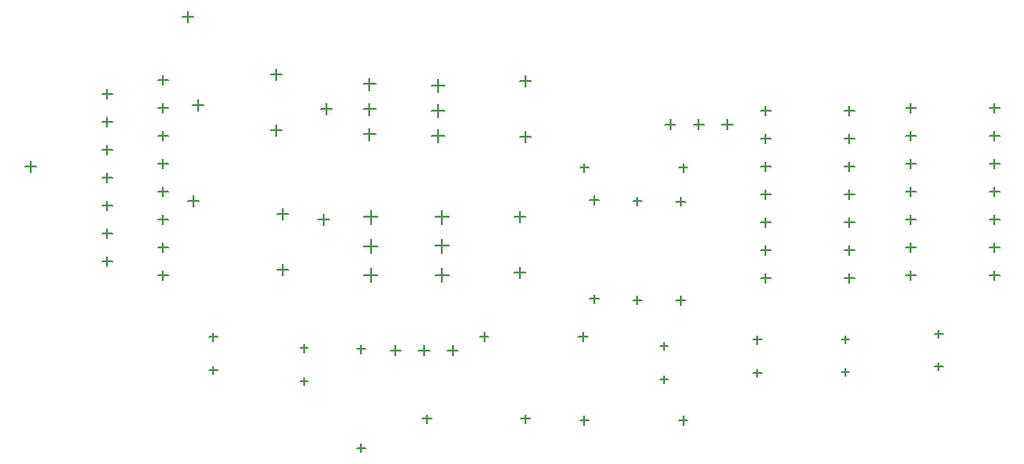
<source format=gbr>
%TF.GenerationSoftware,Altium Limited,Altium Designer,25.8.1 (18)*%
G04 Layer_Color=128*
%FSLAX45Y45*%
%MOMM*%
%TF.SameCoordinates,5194DE87-2E3A-4D0E-B7FB-1F2D01658319*%
%TF.FilePolarity,Positive*%
%TF.FileFunction,Drillmap*%
%TF.Part,Single*%
G01*
G75*
%TA.AperFunction,NonConductor*%
%ADD31C,0.12700*%
D31*
X8728000Y6134100D02*
X8798000D01*
X8763000Y6099100D02*
Y6169100D01*
X8728000Y5834100D02*
X8798000D01*
X8763000Y5799100D02*
Y5869100D01*
X11727900Y6781800D02*
X11817900D01*
X11772900Y6736800D02*
Y6826800D01*
X10407100Y6756400D02*
X10497100D01*
X10452100Y6711400D02*
Y6801400D01*
X11229900Y6248400D02*
X11299900D01*
X11264900Y6213400D02*
Y6283400D01*
X4158700Y7797800D02*
X4248700D01*
X4203700Y7752800D02*
Y7842800D01*
X10379000Y6197600D02*
X10449000D01*
X10414000Y6162600D02*
Y6232600D01*
X9578900Y6192800D02*
X9648900D01*
X9613900Y6157800D02*
Y6227800D01*
X3650700Y7670800D02*
X3740700D01*
X3695700Y7625800D02*
Y7715800D01*
X10407100Y7010400D02*
X10497100D01*
X10452100Y6965400D02*
Y7055400D01*
X10407100Y7264400D02*
X10497100D01*
X10452100Y7219400D02*
Y7309400D01*
X10407100Y7772400D02*
X10497100D01*
X10452100Y7727400D02*
Y7817400D01*
X10407100Y8026400D02*
X10497100D01*
X10452100Y7981400D02*
Y8071400D01*
X9645100Y8280400D02*
X9735100D01*
X9690100Y8235400D02*
Y8325400D01*
X11727900Y7035800D02*
X11817900D01*
X11772900Y6990800D02*
Y7080800D01*
X11727900Y7543800D02*
X11817900D01*
X11772900Y7498800D02*
Y7588800D01*
X11727900Y8051800D02*
X11817900D01*
X11772900Y8006800D02*
Y8096800D01*
X10965900Y8305800D02*
X11055900D01*
X11010900Y8260800D02*
Y8350800D01*
X10965900Y7797800D02*
X11055900D01*
X11010900Y7752800D02*
Y7842800D01*
X10965900Y7289800D02*
X11055900D01*
X11010900Y7244800D02*
Y7334800D01*
X7986400Y6223000D02*
X8066400D01*
X8026400Y6183000D02*
Y6263000D01*
X8088000Y7465900D02*
X8168000D01*
X8128000Y7425900D02*
Y7505900D01*
X6648450Y8051800D02*
X6762750D01*
X6705600Y7994650D02*
Y8108950D01*
X6026150Y8064500D02*
X6140450D01*
X6083300Y8007350D02*
Y8121650D01*
X6791100Y6096000D02*
X6886100D01*
X6838600Y6048500D02*
Y6143500D01*
X9293000Y8153500D02*
X9388000D01*
X9340500Y8106000D02*
Y8201000D01*
X7455700Y8547100D02*
X7555700D01*
X7505700Y8497100D02*
Y8597100D01*
X5182400Y8610600D02*
X5282400D01*
X5232400Y8560600D02*
Y8660600D01*
X5451400Y5816600D02*
X5521400D01*
X5486400Y5781600D02*
Y5851600D01*
X4625900Y5918200D02*
X4695900D01*
X4660900Y5883200D02*
Y5953200D01*
X9578900Y5892800D02*
X9648900D01*
X9613900Y5857800D02*
Y5927800D01*
X10379000Y5897600D02*
X10449000D01*
X10414000Y5862600D02*
Y5932600D01*
X11229900Y5948400D02*
X11299900D01*
X11264900Y5913400D02*
Y5983400D01*
X8773000Y8153500D02*
X8868000D01*
X8820500Y8106000D02*
Y8201000D01*
X9033000Y8153500D02*
X9128000D01*
X9080500Y8106000D02*
Y8201000D01*
X8899100Y5461000D02*
X8979100D01*
X8939100Y5421000D02*
Y5501000D01*
X7999100Y5461000D02*
X8079100D01*
X8039100Y5421000D02*
Y5501000D01*
X6564000Y5473700D02*
X6644000D01*
X6604000Y5433700D02*
Y5513700D01*
X7464000Y5473700D02*
X7544000D01*
X7504000Y5433700D02*
Y5513700D01*
X6531100Y6096000D02*
X6626100D01*
X6578600Y6048500D02*
Y6143500D01*
X8899100Y7759700D02*
X8979100D01*
X8939100Y7719700D02*
Y7799700D01*
X9645100Y8026400D02*
X9735100D01*
X9690100Y7981400D02*
Y8071400D01*
X7086400Y6223000D02*
X7166400D01*
X7126400Y6183000D02*
Y6263000D01*
X6648450Y8509000D02*
X6762750D01*
X6705600Y8451850D02*
Y8566150D01*
X8875400Y7453200D02*
X8955400D01*
X8915400Y7413200D02*
Y7493200D01*
X6271100Y6096000D02*
X6366100D01*
X6318600Y6048500D02*
Y6143500D01*
X6032500Y7309800D02*
X6159500D01*
X6096000Y7246300D02*
Y7373300D01*
X5967100Y6108700D02*
X6047100D01*
X6007100Y6068700D02*
Y6148700D01*
X5451400Y6116600D02*
X5521400D01*
X5486400Y6081600D02*
Y6151600D01*
X7404900Y6807200D02*
X7504900D01*
X7454900Y6757200D02*
Y6857200D01*
X5967100Y5208700D02*
X6047100D01*
X6007100Y5168700D02*
Y5248700D01*
X7999100Y7759700D02*
X8079100D01*
X8039100Y7719700D02*
Y7799700D01*
X6680200Y6784500D02*
X6807200D01*
X6743700Y6721000D02*
Y6848000D01*
X6032500Y6781800D02*
X6159500D01*
X6096000Y6718300D02*
Y6845300D01*
X4625900Y6218200D02*
X4695900D01*
X4660900Y6183200D02*
Y6253200D01*
X5245900Y6832600D02*
X5345900D01*
X5295900Y6782600D02*
Y6882600D01*
X3650700Y7162800D02*
X3740700D01*
X3695700Y7117800D02*
Y7207800D01*
X10407100Y8280400D02*
X10497100D01*
X10452100Y8235400D02*
Y8325400D01*
X10407100Y7518400D02*
X10497100D01*
X10452100Y7473400D02*
Y7563400D01*
X9645100Y7772400D02*
X9735100D01*
X9690100Y7727400D02*
Y7817400D01*
X9645100Y7518400D02*
X9735100D01*
X9690100Y7473400D02*
Y7563400D01*
X9645100Y7264400D02*
X9735100D01*
X9690100Y7219400D02*
Y7309400D01*
X9645100Y7010400D02*
X9735100D01*
X9690100Y6965400D02*
Y7055400D01*
X9645100Y6756400D02*
X9735100D01*
X9690100Y6711400D02*
Y6801400D01*
X5245900Y7340600D02*
X5345900D01*
X5295900Y7290600D02*
Y7390600D01*
X6026150Y8521700D02*
X6140450D01*
X6083300Y8464550D02*
Y8578850D01*
X6026150Y8293100D02*
X6140450D01*
X6083300Y8235950D02*
Y8350250D01*
X7404900Y7315200D02*
X7504900D01*
X7454900Y7265200D02*
Y7365200D01*
X6648450Y8280400D02*
X6762750D01*
X6705600Y8223250D02*
Y8337550D01*
X8875400Y6553200D02*
X8955400D01*
X8915400Y6513200D02*
Y6593200D01*
X6032500Y7045800D02*
X6159500D01*
X6096000Y6982300D02*
Y7109300D01*
X6680200Y7312500D02*
X6807200D01*
X6743700Y7249000D02*
Y7376000D01*
X6680200Y7048500D02*
X6807200D01*
X6743700Y6985000D02*
Y7112000D01*
X7455700Y8039100D02*
X7555700D01*
X7505700Y7989100D02*
Y8089100D01*
X5182400Y8102600D02*
X5282400D01*
X5232400Y8052600D02*
Y8152600D01*
X8088000Y6565900D02*
X8168000D01*
X8128000Y6525900D02*
Y6605900D01*
X11727900Y8305800D02*
X11817900D01*
X11772900Y8260800D02*
Y8350800D01*
X11727900Y7797800D02*
X11817900D01*
X11772900Y7752800D02*
Y7842800D01*
X11727900Y7289800D02*
X11817900D01*
X11772900Y7244800D02*
Y7334800D01*
X10965900Y8051800D02*
X11055900D01*
X11010900Y8006800D02*
Y8096800D01*
X10965900Y7543800D02*
X11055900D01*
X11010900Y7498800D02*
Y7588800D01*
X10965900Y7035800D02*
X11055900D01*
X11010900Y6990800D02*
Y7080800D01*
X10965900Y6781800D02*
X11055900D01*
X11010900Y6736800D02*
Y6826800D01*
X8481700Y6554900D02*
X8561700D01*
X8521700Y6514900D02*
Y6594900D01*
X8481700Y7454900D02*
X8561700D01*
X8521700Y7414900D02*
Y7494900D01*
X4158700Y6781800D02*
X4248700D01*
X4203700Y6736800D02*
Y6826800D01*
X3650700Y6908800D02*
X3740700D01*
X3695700Y6863800D02*
Y6953800D01*
X4158700Y7035800D02*
X4248700D01*
X4203700Y6990800D02*
Y7080800D01*
X4158700Y7289800D02*
X4248700D01*
X4203700Y7244800D02*
Y7334800D01*
X3650700Y7416800D02*
X3740700D01*
X3695700Y7371800D02*
Y7461800D01*
X4158700Y7543800D02*
X4248700D01*
X4203700Y7498800D02*
Y7588800D01*
X3650700Y7924800D02*
X3740700D01*
X3695700Y7879800D02*
Y7969800D01*
X4158700Y8051800D02*
X4248700D01*
X4203700Y8006800D02*
Y8096800D01*
X3650700Y8178800D02*
X3740700D01*
X3695700Y8133800D02*
Y8223800D01*
X4158700Y8305800D02*
X4248700D01*
X4203700Y8260800D02*
Y8350800D01*
X3650700Y8432800D02*
X3740700D01*
X3695700Y8387800D02*
Y8477800D01*
X4158700Y8559800D02*
X4248700D01*
X4203700Y8514800D02*
Y8604800D01*
X4433100Y7454900D02*
X4533100D01*
X4483100Y7404900D02*
Y7504900D01*
X5615229Y7291025D02*
X5715229D01*
X5665229Y7241025D02*
Y7341025D01*
X5639600Y8293100D02*
X5739600D01*
X5689600Y8243100D02*
Y8343100D01*
X4471200Y8331200D02*
X4571200D01*
X4521200Y8281200D02*
Y8381200D01*
X4382300Y9131300D02*
X4482300D01*
X4432300Y9081300D02*
Y9181300D01*
X2947200Y7772400D02*
X3047200D01*
X2997200Y7722400D02*
Y7822400D01*
%TF.MD5,bbd3fb92d5945873875df682f721f53f*%
M02*

</source>
